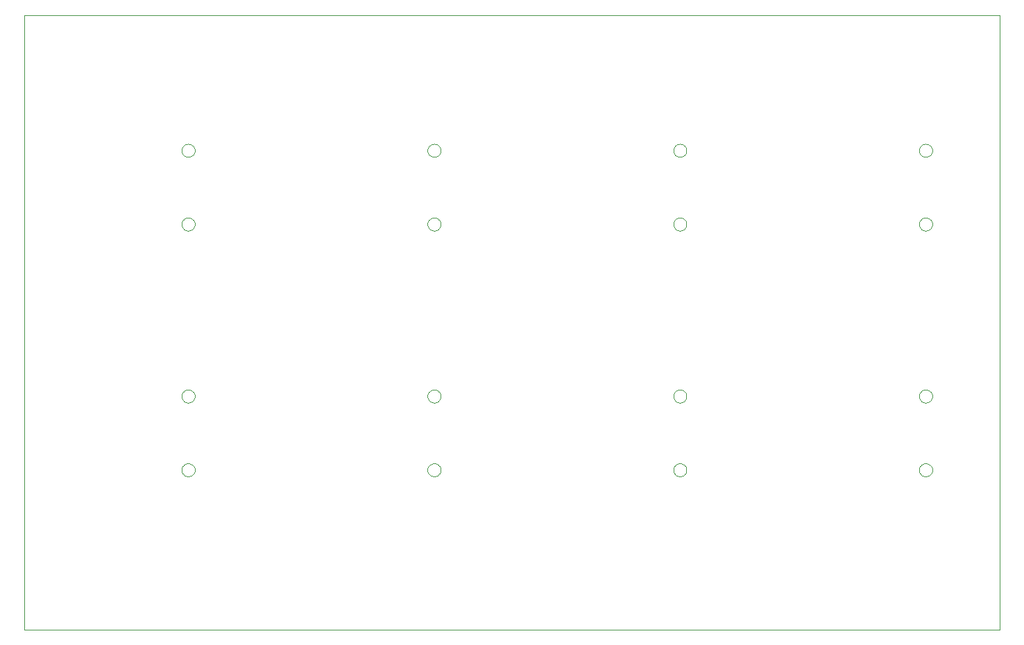
<source format=gbp>
G75*
%MOIN*%
%OFA0B0*%
%FSLAX24Y24*%
%IPPOS*%
%LPD*%
%AMOC8*
5,1,8,0,0,1.08239X$1,22.5*
%
%ADD10C,0.0000*%
D10*
X000870Y000574D02*
X000870Y030101D01*
X047721Y030101D01*
X047721Y000574D01*
X000870Y000574D01*
X008429Y008251D02*
X008431Y008286D01*
X008437Y008321D01*
X008447Y008355D01*
X008460Y008388D01*
X008477Y008419D01*
X008498Y008447D01*
X008521Y008474D01*
X008548Y008497D01*
X008576Y008518D01*
X008607Y008535D01*
X008640Y008548D01*
X008674Y008558D01*
X008709Y008564D01*
X008744Y008566D01*
X008779Y008564D01*
X008814Y008558D01*
X008848Y008548D01*
X008881Y008535D01*
X008912Y008518D01*
X008940Y008497D01*
X008967Y008474D01*
X008990Y008447D01*
X009011Y008419D01*
X009028Y008388D01*
X009041Y008355D01*
X009051Y008321D01*
X009057Y008286D01*
X009059Y008251D01*
X009057Y008216D01*
X009051Y008181D01*
X009041Y008147D01*
X009028Y008114D01*
X009011Y008083D01*
X008990Y008055D01*
X008967Y008028D01*
X008940Y008005D01*
X008912Y007984D01*
X008881Y007967D01*
X008848Y007954D01*
X008814Y007944D01*
X008779Y007938D01*
X008744Y007936D01*
X008709Y007938D01*
X008674Y007944D01*
X008640Y007954D01*
X008607Y007967D01*
X008576Y007984D01*
X008548Y008005D01*
X008521Y008028D01*
X008498Y008055D01*
X008477Y008083D01*
X008460Y008114D01*
X008447Y008147D01*
X008437Y008181D01*
X008431Y008216D01*
X008429Y008251D01*
X008429Y011794D02*
X008431Y011829D01*
X008437Y011864D01*
X008447Y011898D01*
X008460Y011931D01*
X008477Y011962D01*
X008498Y011990D01*
X008521Y012017D01*
X008548Y012040D01*
X008576Y012061D01*
X008607Y012078D01*
X008640Y012091D01*
X008674Y012101D01*
X008709Y012107D01*
X008744Y012109D01*
X008779Y012107D01*
X008814Y012101D01*
X008848Y012091D01*
X008881Y012078D01*
X008912Y012061D01*
X008940Y012040D01*
X008967Y012017D01*
X008990Y011990D01*
X009011Y011962D01*
X009028Y011931D01*
X009041Y011898D01*
X009051Y011864D01*
X009057Y011829D01*
X009059Y011794D01*
X009057Y011759D01*
X009051Y011724D01*
X009041Y011690D01*
X009028Y011657D01*
X009011Y011626D01*
X008990Y011598D01*
X008967Y011571D01*
X008940Y011548D01*
X008912Y011527D01*
X008881Y011510D01*
X008848Y011497D01*
X008814Y011487D01*
X008779Y011481D01*
X008744Y011479D01*
X008709Y011481D01*
X008674Y011487D01*
X008640Y011497D01*
X008607Y011510D01*
X008576Y011527D01*
X008548Y011548D01*
X008521Y011571D01*
X008498Y011598D01*
X008477Y011626D01*
X008460Y011657D01*
X008447Y011690D01*
X008437Y011724D01*
X008431Y011759D01*
X008429Y011794D01*
X020240Y011794D02*
X020242Y011829D01*
X020248Y011864D01*
X020258Y011898D01*
X020271Y011931D01*
X020288Y011962D01*
X020309Y011990D01*
X020332Y012017D01*
X020359Y012040D01*
X020387Y012061D01*
X020418Y012078D01*
X020451Y012091D01*
X020485Y012101D01*
X020520Y012107D01*
X020555Y012109D01*
X020590Y012107D01*
X020625Y012101D01*
X020659Y012091D01*
X020692Y012078D01*
X020723Y012061D01*
X020751Y012040D01*
X020778Y012017D01*
X020801Y011990D01*
X020822Y011962D01*
X020839Y011931D01*
X020852Y011898D01*
X020862Y011864D01*
X020868Y011829D01*
X020870Y011794D01*
X020868Y011759D01*
X020862Y011724D01*
X020852Y011690D01*
X020839Y011657D01*
X020822Y011626D01*
X020801Y011598D01*
X020778Y011571D01*
X020751Y011548D01*
X020723Y011527D01*
X020692Y011510D01*
X020659Y011497D01*
X020625Y011487D01*
X020590Y011481D01*
X020555Y011479D01*
X020520Y011481D01*
X020485Y011487D01*
X020451Y011497D01*
X020418Y011510D01*
X020387Y011527D01*
X020359Y011548D01*
X020332Y011571D01*
X020309Y011598D01*
X020288Y011626D01*
X020271Y011657D01*
X020258Y011690D01*
X020248Y011724D01*
X020242Y011759D01*
X020240Y011794D01*
X020240Y008251D02*
X020242Y008286D01*
X020248Y008321D01*
X020258Y008355D01*
X020271Y008388D01*
X020288Y008419D01*
X020309Y008447D01*
X020332Y008474D01*
X020359Y008497D01*
X020387Y008518D01*
X020418Y008535D01*
X020451Y008548D01*
X020485Y008558D01*
X020520Y008564D01*
X020555Y008566D01*
X020590Y008564D01*
X020625Y008558D01*
X020659Y008548D01*
X020692Y008535D01*
X020723Y008518D01*
X020751Y008497D01*
X020778Y008474D01*
X020801Y008447D01*
X020822Y008419D01*
X020839Y008388D01*
X020852Y008355D01*
X020862Y008321D01*
X020868Y008286D01*
X020870Y008251D01*
X020868Y008216D01*
X020862Y008181D01*
X020852Y008147D01*
X020839Y008114D01*
X020822Y008083D01*
X020801Y008055D01*
X020778Y008028D01*
X020751Y008005D01*
X020723Y007984D01*
X020692Y007967D01*
X020659Y007954D01*
X020625Y007944D01*
X020590Y007938D01*
X020555Y007936D01*
X020520Y007938D01*
X020485Y007944D01*
X020451Y007954D01*
X020418Y007967D01*
X020387Y007984D01*
X020359Y008005D01*
X020332Y008028D01*
X020309Y008055D01*
X020288Y008083D01*
X020271Y008114D01*
X020258Y008147D01*
X020248Y008181D01*
X020242Y008216D01*
X020240Y008251D01*
X032051Y008251D02*
X032053Y008286D01*
X032059Y008321D01*
X032069Y008355D01*
X032082Y008388D01*
X032099Y008419D01*
X032120Y008447D01*
X032143Y008474D01*
X032170Y008497D01*
X032198Y008518D01*
X032229Y008535D01*
X032262Y008548D01*
X032296Y008558D01*
X032331Y008564D01*
X032366Y008566D01*
X032401Y008564D01*
X032436Y008558D01*
X032470Y008548D01*
X032503Y008535D01*
X032534Y008518D01*
X032562Y008497D01*
X032589Y008474D01*
X032612Y008447D01*
X032633Y008419D01*
X032650Y008388D01*
X032663Y008355D01*
X032673Y008321D01*
X032679Y008286D01*
X032681Y008251D01*
X032679Y008216D01*
X032673Y008181D01*
X032663Y008147D01*
X032650Y008114D01*
X032633Y008083D01*
X032612Y008055D01*
X032589Y008028D01*
X032562Y008005D01*
X032534Y007984D01*
X032503Y007967D01*
X032470Y007954D01*
X032436Y007944D01*
X032401Y007938D01*
X032366Y007936D01*
X032331Y007938D01*
X032296Y007944D01*
X032262Y007954D01*
X032229Y007967D01*
X032198Y007984D01*
X032170Y008005D01*
X032143Y008028D01*
X032120Y008055D01*
X032099Y008083D01*
X032082Y008114D01*
X032069Y008147D01*
X032059Y008181D01*
X032053Y008216D01*
X032051Y008251D01*
X032051Y011794D02*
X032053Y011829D01*
X032059Y011864D01*
X032069Y011898D01*
X032082Y011931D01*
X032099Y011962D01*
X032120Y011990D01*
X032143Y012017D01*
X032170Y012040D01*
X032198Y012061D01*
X032229Y012078D01*
X032262Y012091D01*
X032296Y012101D01*
X032331Y012107D01*
X032366Y012109D01*
X032401Y012107D01*
X032436Y012101D01*
X032470Y012091D01*
X032503Y012078D01*
X032534Y012061D01*
X032562Y012040D01*
X032589Y012017D01*
X032612Y011990D01*
X032633Y011962D01*
X032650Y011931D01*
X032663Y011898D01*
X032673Y011864D01*
X032679Y011829D01*
X032681Y011794D01*
X032679Y011759D01*
X032673Y011724D01*
X032663Y011690D01*
X032650Y011657D01*
X032633Y011626D01*
X032612Y011598D01*
X032589Y011571D01*
X032562Y011548D01*
X032534Y011527D01*
X032503Y011510D01*
X032470Y011497D01*
X032436Y011487D01*
X032401Y011481D01*
X032366Y011479D01*
X032331Y011481D01*
X032296Y011487D01*
X032262Y011497D01*
X032229Y011510D01*
X032198Y011527D01*
X032170Y011548D01*
X032143Y011571D01*
X032120Y011598D01*
X032099Y011626D01*
X032082Y011657D01*
X032069Y011690D01*
X032059Y011724D01*
X032053Y011759D01*
X032051Y011794D01*
X043862Y011794D02*
X043864Y011829D01*
X043870Y011864D01*
X043880Y011898D01*
X043893Y011931D01*
X043910Y011962D01*
X043931Y011990D01*
X043954Y012017D01*
X043981Y012040D01*
X044009Y012061D01*
X044040Y012078D01*
X044073Y012091D01*
X044107Y012101D01*
X044142Y012107D01*
X044177Y012109D01*
X044212Y012107D01*
X044247Y012101D01*
X044281Y012091D01*
X044314Y012078D01*
X044345Y012061D01*
X044373Y012040D01*
X044400Y012017D01*
X044423Y011990D01*
X044444Y011962D01*
X044461Y011931D01*
X044474Y011898D01*
X044484Y011864D01*
X044490Y011829D01*
X044492Y011794D01*
X044490Y011759D01*
X044484Y011724D01*
X044474Y011690D01*
X044461Y011657D01*
X044444Y011626D01*
X044423Y011598D01*
X044400Y011571D01*
X044373Y011548D01*
X044345Y011527D01*
X044314Y011510D01*
X044281Y011497D01*
X044247Y011487D01*
X044212Y011481D01*
X044177Y011479D01*
X044142Y011481D01*
X044107Y011487D01*
X044073Y011497D01*
X044040Y011510D01*
X044009Y011527D01*
X043981Y011548D01*
X043954Y011571D01*
X043931Y011598D01*
X043910Y011626D01*
X043893Y011657D01*
X043880Y011690D01*
X043870Y011724D01*
X043864Y011759D01*
X043862Y011794D01*
X043862Y008251D02*
X043864Y008286D01*
X043870Y008321D01*
X043880Y008355D01*
X043893Y008388D01*
X043910Y008419D01*
X043931Y008447D01*
X043954Y008474D01*
X043981Y008497D01*
X044009Y008518D01*
X044040Y008535D01*
X044073Y008548D01*
X044107Y008558D01*
X044142Y008564D01*
X044177Y008566D01*
X044212Y008564D01*
X044247Y008558D01*
X044281Y008548D01*
X044314Y008535D01*
X044345Y008518D01*
X044373Y008497D01*
X044400Y008474D01*
X044423Y008447D01*
X044444Y008419D01*
X044461Y008388D01*
X044474Y008355D01*
X044484Y008321D01*
X044490Y008286D01*
X044492Y008251D01*
X044490Y008216D01*
X044484Y008181D01*
X044474Y008147D01*
X044461Y008114D01*
X044444Y008083D01*
X044423Y008055D01*
X044400Y008028D01*
X044373Y008005D01*
X044345Y007984D01*
X044314Y007967D01*
X044281Y007954D01*
X044247Y007944D01*
X044212Y007938D01*
X044177Y007936D01*
X044142Y007938D01*
X044107Y007944D01*
X044073Y007954D01*
X044040Y007967D01*
X044009Y007984D01*
X043981Y008005D01*
X043954Y008028D01*
X043931Y008055D01*
X043910Y008083D01*
X043893Y008114D01*
X043880Y008147D01*
X043870Y008181D01*
X043864Y008216D01*
X043862Y008251D01*
X043862Y020062D02*
X043864Y020097D01*
X043870Y020132D01*
X043880Y020166D01*
X043893Y020199D01*
X043910Y020230D01*
X043931Y020258D01*
X043954Y020285D01*
X043981Y020308D01*
X044009Y020329D01*
X044040Y020346D01*
X044073Y020359D01*
X044107Y020369D01*
X044142Y020375D01*
X044177Y020377D01*
X044212Y020375D01*
X044247Y020369D01*
X044281Y020359D01*
X044314Y020346D01*
X044345Y020329D01*
X044373Y020308D01*
X044400Y020285D01*
X044423Y020258D01*
X044444Y020230D01*
X044461Y020199D01*
X044474Y020166D01*
X044484Y020132D01*
X044490Y020097D01*
X044492Y020062D01*
X044490Y020027D01*
X044484Y019992D01*
X044474Y019958D01*
X044461Y019925D01*
X044444Y019894D01*
X044423Y019866D01*
X044400Y019839D01*
X044373Y019816D01*
X044345Y019795D01*
X044314Y019778D01*
X044281Y019765D01*
X044247Y019755D01*
X044212Y019749D01*
X044177Y019747D01*
X044142Y019749D01*
X044107Y019755D01*
X044073Y019765D01*
X044040Y019778D01*
X044009Y019795D01*
X043981Y019816D01*
X043954Y019839D01*
X043931Y019866D01*
X043910Y019894D01*
X043893Y019925D01*
X043880Y019958D01*
X043870Y019992D01*
X043864Y020027D01*
X043862Y020062D01*
X043862Y023605D02*
X043864Y023640D01*
X043870Y023675D01*
X043880Y023709D01*
X043893Y023742D01*
X043910Y023773D01*
X043931Y023801D01*
X043954Y023828D01*
X043981Y023851D01*
X044009Y023872D01*
X044040Y023889D01*
X044073Y023902D01*
X044107Y023912D01*
X044142Y023918D01*
X044177Y023920D01*
X044212Y023918D01*
X044247Y023912D01*
X044281Y023902D01*
X044314Y023889D01*
X044345Y023872D01*
X044373Y023851D01*
X044400Y023828D01*
X044423Y023801D01*
X044444Y023773D01*
X044461Y023742D01*
X044474Y023709D01*
X044484Y023675D01*
X044490Y023640D01*
X044492Y023605D01*
X044490Y023570D01*
X044484Y023535D01*
X044474Y023501D01*
X044461Y023468D01*
X044444Y023437D01*
X044423Y023409D01*
X044400Y023382D01*
X044373Y023359D01*
X044345Y023338D01*
X044314Y023321D01*
X044281Y023308D01*
X044247Y023298D01*
X044212Y023292D01*
X044177Y023290D01*
X044142Y023292D01*
X044107Y023298D01*
X044073Y023308D01*
X044040Y023321D01*
X044009Y023338D01*
X043981Y023359D01*
X043954Y023382D01*
X043931Y023409D01*
X043910Y023437D01*
X043893Y023468D01*
X043880Y023501D01*
X043870Y023535D01*
X043864Y023570D01*
X043862Y023605D01*
X032051Y023605D02*
X032053Y023640D01*
X032059Y023675D01*
X032069Y023709D01*
X032082Y023742D01*
X032099Y023773D01*
X032120Y023801D01*
X032143Y023828D01*
X032170Y023851D01*
X032198Y023872D01*
X032229Y023889D01*
X032262Y023902D01*
X032296Y023912D01*
X032331Y023918D01*
X032366Y023920D01*
X032401Y023918D01*
X032436Y023912D01*
X032470Y023902D01*
X032503Y023889D01*
X032534Y023872D01*
X032562Y023851D01*
X032589Y023828D01*
X032612Y023801D01*
X032633Y023773D01*
X032650Y023742D01*
X032663Y023709D01*
X032673Y023675D01*
X032679Y023640D01*
X032681Y023605D01*
X032679Y023570D01*
X032673Y023535D01*
X032663Y023501D01*
X032650Y023468D01*
X032633Y023437D01*
X032612Y023409D01*
X032589Y023382D01*
X032562Y023359D01*
X032534Y023338D01*
X032503Y023321D01*
X032470Y023308D01*
X032436Y023298D01*
X032401Y023292D01*
X032366Y023290D01*
X032331Y023292D01*
X032296Y023298D01*
X032262Y023308D01*
X032229Y023321D01*
X032198Y023338D01*
X032170Y023359D01*
X032143Y023382D01*
X032120Y023409D01*
X032099Y023437D01*
X032082Y023468D01*
X032069Y023501D01*
X032059Y023535D01*
X032053Y023570D01*
X032051Y023605D01*
X032051Y020062D02*
X032053Y020097D01*
X032059Y020132D01*
X032069Y020166D01*
X032082Y020199D01*
X032099Y020230D01*
X032120Y020258D01*
X032143Y020285D01*
X032170Y020308D01*
X032198Y020329D01*
X032229Y020346D01*
X032262Y020359D01*
X032296Y020369D01*
X032331Y020375D01*
X032366Y020377D01*
X032401Y020375D01*
X032436Y020369D01*
X032470Y020359D01*
X032503Y020346D01*
X032534Y020329D01*
X032562Y020308D01*
X032589Y020285D01*
X032612Y020258D01*
X032633Y020230D01*
X032650Y020199D01*
X032663Y020166D01*
X032673Y020132D01*
X032679Y020097D01*
X032681Y020062D01*
X032679Y020027D01*
X032673Y019992D01*
X032663Y019958D01*
X032650Y019925D01*
X032633Y019894D01*
X032612Y019866D01*
X032589Y019839D01*
X032562Y019816D01*
X032534Y019795D01*
X032503Y019778D01*
X032470Y019765D01*
X032436Y019755D01*
X032401Y019749D01*
X032366Y019747D01*
X032331Y019749D01*
X032296Y019755D01*
X032262Y019765D01*
X032229Y019778D01*
X032198Y019795D01*
X032170Y019816D01*
X032143Y019839D01*
X032120Y019866D01*
X032099Y019894D01*
X032082Y019925D01*
X032069Y019958D01*
X032059Y019992D01*
X032053Y020027D01*
X032051Y020062D01*
X020240Y020062D02*
X020242Y020097D01*
X020248Y020132D01*
X020258Y020166D01*
X020271Y020199D01*
X020288Y020230D01*
X020309Y020258D01*
X020332Y020285D01*
X020359Y020308D01*
X020387Y020329D01*
X020418Y020346D01*
X020451Y020359D01*
X020485Y020369D01*
X020520Y020375D01*
X020555Y020377D01*
X020590Y020375D01*
X020625Y020369D01*
X020659Y020359D01*
X020692Y020346D01*
X020723Y020329D01*
X020751Y020308D01*
X020778Y020285D01*
X020801Y020258D01*
X020822Y020230D01*
X020839Y020199D01*
X020852Y020166D01*
X020862Y020132D01*
X020868Y020097D01*
X020870Y020062D01*
X020868Y020027D01*
X020862Y019992D01*
X020852Y019958D01*
X020839Y019925D01*
X020822Y019894D01*
X020801Y019866D01*
X020778Y019839D01*
X020751Y019816D01*
X020723Y019795D01*
X020692Y019778D01*
X020659Y019765D01*
X020625Y019755D01*
X020590Y019749D01*
X020555Y019747D01*
X020520Y019749D01*
X020485Y019755D01*
X020451Y019765D01*
X020418Y019778D01*
X020387Y019795D01*
X020359Y019816D01*
X020332Y019839D01*
X020309Y019866D01*
X020288Y019894D01*
X020271Y019925D01*
X020258Y019958D01*
X020248Y019992D01*
X020242Y020027D01*
X020240Y020062D01*
X020240Y023605D02*
X020242Y023640D01*
X020248Y023675D01*
X020258Y023709D01*
X020271Y023742D01*
X020288Y023773D01*
X020309Y023801D01*
X020332Y023828D01*
X020359Y023851D01*
X020387Y023872D01*
X020418Y023889D01*
X020451Y023902D01*
X020485Y023912D01*
X020520Y023918D01*
X020555Y023920D01*
X020590Y023918D01*
X020625Y023912D01*
X020659Y023902D01*
X020692Y023889D01*
X020723Y023872D01*
X020751Y023851D01*
X020778Y023828D01*
X020801Y023801D01*
X020822Y023773D01*
X020839Y023742D01*
X020852Y023709D01*
X020862Y023675D01*
X020868Y023640D01*
X020870Y023605D01*
X020868Y023570D01*
X020862Y023535D01*
X020852Y023501D01*
X020839Y023468D01*
X020822Y023437D01*
X020801Y023409D01*
X020778Y023382D01*
X020751Y023359D01*
X020723Y023338D01*
X020692Y023321D01*
X020659Y023308D01*
X020625Y023298D01*
X020590Y023292D01*
X020555Y023290D01*
X020520Y023292D01*
X020485Y023298D01*
X020451Y023308D01*
X020418Y023321D01*
X020387Y023338D01*
X020359Y023359D01*
X020332Y023382D01*
X020309Y023409D01*
X020288Y023437D01*
X020271Y023468D01*
X020258Y023501D01*
X020248Y023535D01*
X020242Y023570D01*
X020240Y023605D01*
X008429Y023605D02*
X008431Y023640D01*
X008437Y023675D01*
X008447Y023709D01*
X008460Y023742D01*
X008477Y023773D01*
X008498Y023801D01*
X008521Y023828D01*
X008548Y023851D01*
X008576Y023872D01*
X008607Y023889D01*
X008640Y023902D01*
X008674Y023912D01*
X008709Y023918D01*
X008744Y023920D01*
X008779Y023918D01*
X008814Y023912D01*
X008848Y023902D01*
X008881Y023889D01*
X008912Y023872D01*
X008940Y023851D01*
X008967Y023828D01*
X008990Y023801D01*
X009011Y023773D01*
X009028Y023742D01*
X009041Y023709D01*
X009051Y023675D01*
X009057Y023640D01*
X009059Y023605D01*
X009057Y023570D01*
X009051Y023535D01*
X009041Y023501D01*
X009028Y023468D01*
X009011Y023437D01*
X008990Y023409D01*
X008967Y023382D01*
X008940Y023359D01*
X008912Y023338D01*
X008881Y023321D01*
X008848Y023308D01*
X008814Y023298D01*
X008779Y023292D01*
X008744Y023290D01*
X008709Y023292D01*
X008674Y023298D01*
X008640Y023308D01*
X008607Y023321D01*
X008576Y023338D01*
X008548Y023359D01*
X008521Y023382D01*
X008498Y023409D01*
X008477Y023437D01*
X008460Y023468D01*
X008447Y023501D01*
X008437Y023535D01*
X008431Y023570D01*
X008429Y023605D01*
X008429Y020062D02*
X008431Y020097D01*
X008437Y020132D01*
X008447Y020166D01*
X008460Y020199D01*
X008477Y020230D01*
X008498Y020258D01*
X008521Y020285D01*
X008548Y020308D01*
X008576Y020329D01*
X008607Y020346D01*
X008640Y020359D01*
X008674Y020369D01*
X008709Y020375D01*
X008744Y020377D01*
X008779Y020375D01*
X008814Y020369D01*
X008848Y020359D01*
X008881Y020346D01*
X008912Y020329D01*
X008940Y020308D01*
X008967Y020285D01*
X008990Y020258D01*
X009011Y020230D01*
X009028Y020199D01*
X009041Y020166D01*
X009051Y020132D01*
X009057Y020097D01*
X009059Y020062D01*
X009057Y020027D01*
X009051Y019992D01*
X009041Y019958D01*
X009028Y019925D01*
X009011Y019894D01*
X008990Y019866D01*
X008967Y019839D01*
X008940Y019816D01*
X008912Y019795D01*
X008881Y019778D01*
X008848Y019765D01*
X008814Y019755D01*
X008779Y019749D01*
X008744Y019747D01*
X008709Y019749D01*
X008674Y019755D01*
X008640Y019765D01*
X008607Y019778D01*
X008576Y019795D01*
X008548Y019816D01*
X008521Y019839D01*
X008498Y019866D01*
X008477Y019894D01*
X008460Y019925D01*
X008447Y019958D01*
X008437Y019992D01*
X008431Y020027D01*
X008429Y020062D01*
M02*

</source>
